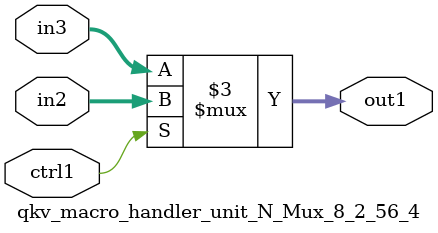
<source format=v>

`timescale 1ps / 1ps


module qkv_macro_handler_unit_N_Mux_8_2_56_4( in3, in2, ctrl1, out1 );

    input [7:0] in3;
    input [7:0] in2;
    input ctrl1;
    output [7:0] out1;
    reg [7:0] out1;

    
    // rtl_process:qkv_macro_handler_unit_N_Mux_8_2_56_4/qkv_macro_handler_unit_N_Mux_8_2_56_4_thread_1
    always @*
      begin : qkv_macro_handler_unit_N_Mux_8_2_56_4_thread_1
        case (ctrl1) 
          1'b1: 
            begin
              out1 = in2;
            end
          default: 
            begin
              out1 = in3;
            end
        endcase
      end

endmodule





</source>
